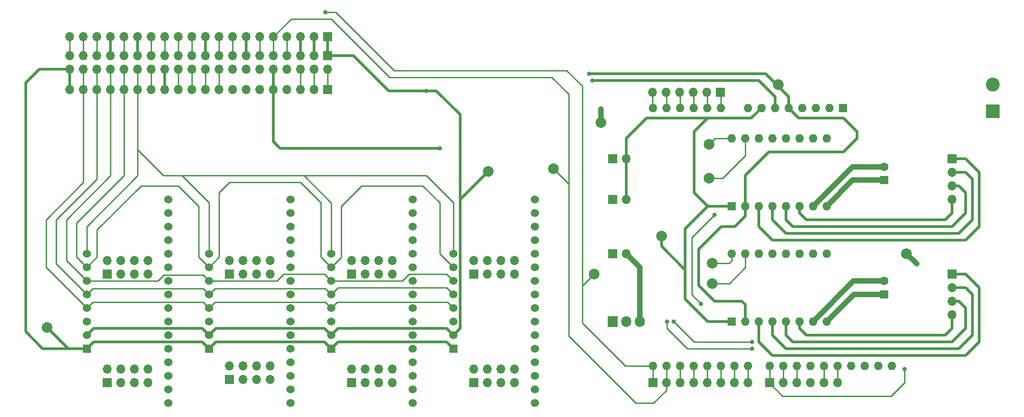
<source format=gbr>
%TF.GenerationSoftware,KiCad,Pcbnew,(6.0.10)*%
%TF.CreationDate,2025-04-12T23:07:49+02:00*%
%TF.ProjectId,pcb_shield,7063625f-7368-4696-956c-642e6b696361,1.0*%
%TF.SameCoordinates,Original*%
%TF.FileFunction,Copper,L1,Top*%
%TF.FilePolarity,Positive*%
%FSLAX46Y46*%
G04 Gerber Fmt 4.6, Leading zero omitted, Abs format (unit mm)*
G04 Created by KiCad (PCBNEW (6.0.10)) date 2025-04-12 23:07:49*
%MOMM*%
%LPD*%
G01*
G04 APERTURE LIST*
%TA.AperFunction,SMDPad,CuDef*%
%ADD10C,2.000000*%
%TD*%
%TA.AperFunction,ComponentPad*%
%ADD11R,1.600000X1.600000*%
%TD*%
%TA.AperFunction,ComponentPad*%
%ADD12O,1.600000X1.600000*%
%TD*%
%TA.AperFunction,ComponentPad*%
%ADD13R,2.600000X2.600000*%
%TD*%
%TA.AperFunction,ComponentPad*%
%ADD14C,2.600000*%
%TD*%
%TA.AperFunction,ComponentPad*%
%ADD15R,1.700000X1.700000*%
%TD*%
%TA.AperFunction,ComponentPad*%
%ADD16O,1.700000X1.700000*%
%TD*%
%TA.AperFunction,ComponentPad*%
%ADD17C,1.600000*%
%TD*%
%TA.AperFunction,ComponentPad*%
%ADD18R,1.905000X2.000000*%
%TD*%
%TA.AperFunction,ComponentPad*%
%ADD19O,1.905000X2.000000*%
%TD*%
%TA.AperFunction,ComponentPad*%
%ADD20C,1.530000*%
%TD*%
%TA.AperFunction,ComponentPad*%
%ADD21R,1.530000X1.530000*%
%TD*%
%TA.AperFunction,ViaPad*%
%ADD22C,0.800000*%
%TD*%
%TA.AperFunction,Conductor*%
%ADD23C,0.250000*%
%TD*%
%TA.AperFunction,Conductor*%
%ADD24C,0.500000*%
%TD*%
%TA.AperFunction,Conductor*%
%ADD25C,1.000000*%
%TD*%
G04 APERTURE END LIST*
D10*
%TO.P,STEP2,1,1*%
%TO.N,Net-(A2-Pad17)*%
X190683000Y-83673000D03*
%TD*%
%TO.P,STEP1,1,1*%
%TO.N,Net-(A2-Pad18)*%
X191318000Y-103358000D03*
%TD*%
%TO.P,DIR2,1,1*%
%TO.N,Net-(A2-Pad21)*%
X191318000Y-99548000D03*
%TD*%
%TO.P,DIR1,1,1*%
%TO.N,Net-(A2-Pad20)*%
X190683000Y-77323000D03*
%TD*%
%TO.P,GND3,1,1*%
%TO.N,Net-(A1-Pad20)*%
X66858000Y-111613000D03*
%TD*%
%TO.P,5V2,1,1*%
%TO.N,5V*%
X149408000Y-82403000D03*
%TD*%
%TO.P,GND2,1,1*%
%TO.N,Net-(A2-Pad7)*%
X181793000Y-94468000D03*
%TD*%
%TO.P,TXD1,1,1*%
%TO.N,/14 TXD*%
X169220000Y-101580000D03*
%TD*%
%TO.P,RXD1,1,1*%
%TO.N,/18 RXD*%
X161600000Y-81895000D03*
%TD*%
%TO.P,VMOT1,1,1*%
%TO.N,Net-(A3-Pad8)*%
X227640000Y-97770000D03*
%TD*%
%TO.P,GND1,1,1*%
%TO.N,Net-(A3-Pad7)*%
X170500000Y-73220000D03*
%TD*%
%TO.P,5V1,1,1*%
%TO.N,5V*%
X203650000Y-66170000D03*
%TD*%
D11*
%TO.P,A2,1,NC*%
%TO.N,unconnected-(A2-Pad1)*%
X215750000Y-70520000D03*
D12*
%TO.P,A2,2,IOREF*%
%TO.N,unconnected-(A2-Pad2)*%
X213210000Y-70520000D03*
%TO.P,A2,3,~{RESET}*%
%TO.N,unconnected-(A2-Pad3)*%
X210670000Y-70520000D03*
%TO.P,A2,4,3V3*%
%TO.N,unconnected-(A2-Pad4)*%
X208130000Y-70520000D03*
%TO.P,A2,5,+5V*%
%TO.N,5V*%
X205590000Y-70520000D03*
%TO.P,A2,6,GND*%
%TO.N,GND*%
X203050000Y-70520000D03*
%TO.P,A2,7,GND*%
%TO.N,Net-(A2-Pad7)*%
X200510000Y-70520000D03*
%TO.P,A2,8,VIN*%
%TO.N,unconnected-(A2-Pad8)*%
X197970000Y-70520000D03*
%TO.P,A2,9,A0*%
%TO.N,Net-(A2-Pad9)*%
X192890000Y-70520000D03*
%TO.P,A2,10,A1*%
%TO.N,Net-(A2-Pad10)*%
X190350000Y-70520000D03*
%TO.P,A2,11,A2*%
%TO.N,Net-(A2-Pad11)*%
X187810000Y-70520000D03*
%TO.P,A2,12,A3*%
%TO.N,Net-(A2-Pad12)*%
X185270000Y-70520000D03*
%TO.P,A2,13,SDA/A4*%
%TO.N,Net-(A2-Pad13)*%
X182730000Y-70520000D03*
%TO.P,A2,14,SCL/A5*%
%TO.N,Net-(A2-Pad14)*%
X180190000Y-70520000D03*
%TO.P,A2,15,D0/RX*%
%TO.N,/14 TXD*%
X180190000Y-118780000D03*
%TO.P,A2,16,D1/TX*%
%TO.N,/18 RXD*%
X182730000Y-118780000D03*
%TO.P,A2,17,D2*%
%TO.N,Net-(A2-Pad17)*%
X185270000Y-118780000D03*
%TO.P,A2,18,D3*%
%TO.N,Net-(A2-Pad18)*%
X187810000Y-118780000D03*
%TO.P,A2,19,D4*%
%TO.N,Net-(A2-Pad19)*%
X190350000Y-118780000D03*
%TO.P,A2,20,D5*%
%TO.N,Net-(A2-Pad20)*%
X192890000Y-118780000D03*
%TO.P,A2,21,D6*%
%TO.N,Net-(A2-Pad21)*%
X195430000Y-118780000D03*
%TO.P,A2,22,D7*%
%TO.N,Net-(A2-Pad22)*%
X197970000Y-118780000D03*
%TO.P,A2,23,D8*%
%TO.N,Net-(A2-Pad23)*%
X202030000Y-118780000D03*
%TO.P,A2,24,D9*%
%TO.N,Net-(A2-Pad24)*%
X204570000Y-118780000D03*
%TO.P,A2,25,D10*%
%TO.N,Net-(A2-Pad25)*%
X207110000Y-118780000D03*
%TO.P,A2,26,D11*%
%TO.N,Net-(A2-Pad26)*%
X209650000Y-118780000D03*
%TO.P,A2,27,D12*%
%TO.N,Net-(A2-Pad27)*%
X212190000Y-118780000D03*
%TO.P,A2,28,D13*%
%TO.N,Net-(A2-Pad28)*%
X214730000Y-118780000D03*
%TO.P,A2,29,GND*%
%TO.N,unconnected-(A2-Pad29)*%
X217270000Y-118780000D03*
%TO.P,A2,30,AREF*%
%TO.N,unconnected-(A2-Pad30)*%
X219810000Y-118780000D03*
%TO.P,A2,31,SDA/A4*%
%TO.N,unconnected-(A2-Pad31)*%
X222350000Y-118780000D03*
%TO.P,A2,32,SCL/A5*%
%TO.N,unconnected-(A2-Pad32)*%
X224890000Y-118780000D03*
%TD*%
D13*
%TO.P,J14,1*%
%TO.N,Net-(A3-Pad7)*%
X243840000Y-71120000D03*
D14*
%TO.P,J14,2*%
%TO.N,Net-(A3-Pad8)*%
X243840000Y-66120000D03*
%TD*%
D15*
%TO.P,J4,1,Pin_1*%
%TO.N,Net-(J4-Pad1)*%
X100975000Y-101600000D03*
D16*
%TO.P,J4,2,Pin_2*%
%TO.N,Net-(J4-Pad2)*%
X100975000Y-99060000D03*
%TO.P,J4,3,Pin_3*%
%TO.N,Net-(J4-Pad3)*%
X103515000Y-101600000D03*
%TO.P,J4,4,Pin_4*%
%TO.N,Net-(J4-Pad4)*%
X103515000Y-99060000D03*
%TO.P,J4,5,Pin_5*%
%TO.N,Net-(J4-Pad5)*%
X106055000Y-101600000D03*
%TO.P,J4,6,Pin_6*%
%TO.N,Net-(J4-Pad6)*%
X106055000Y-99060000D03*
%TO.P,J4,7,Pin_7*%
%TO.N,Net-(J4-Pad7)*%
X108595000Y-101600000D03*
%TO.P,J4,8,Pin_8*%
%TO.N,Net-(J4-Pad8)*%
X108595000Y-99060000D03*
%TD*%
D15*
%TO.P,J12,1,Pin_1*%
%TO.N,Net-(A2-Pad24)*%
X172720000Y-87630000D03*
D16*
%TO.P,J12,2,Pin_2*%
%TO.N,Net-(A2-Pad7)*%
X175260000Y-87630000D03*
%TD*%
D15*
%TO.P,J15,1,Pin_1*%
%TO.N,3V3*%
X119380000Y-67081000D03*
D16*
%TO.P,J15,2,Pin_2*%
%TO.N,SDA*%
X116840000Y-67081000D03*
%TO.P,J15,3,Pin_3*%
%TO.N,SCL*%
X114300000Y-67081000D03*
%TO.P,J15,4,Pin_4*%
%TO.N,Net-(A1-Pad4)*%
X111760000Y-67081000D03*
%TO.P,J15,5,Pin_5*%
%TO.N,GND*%
X109220000Y-67081000D03*
%TO.P,J15,6,Pin_6*%
%TO.N,Net-(A1-Pad6)*%
X106680000Y-67081000D03*
%TO.P,J15,7,Pin_7*%
%TO.N,Net-(A1-Pad7)*%
X104140000Y-67081000D03*
%TO.P,J15,8,Pin_8*%
%TO.N,Net-(A1-Pad8)*%
X101600000Y-67081000D03*
%TO.P,J15,9,Pin_9*%
%TO.N,3V3*%
X99060000Y-67081000D03*
%TO.P,J15,10,Pin_10*%
%TO.N,10 MOSI*%
X96520000Y-67081000D03*
%TO.P,J15,11,Pin_11*%
%TO.N,9 MISO*%
X93980000Y-67081000D03*
%TO.P,J15,12,Pin_12*%
%TO.N,11 SCLK*%
X91440000Y-67081000D03*
%TO.P,J15,13,Pin_13*%
%TO.N,GND*%
X88900000Y-67081000D03*
%TO.P,J15,14,Pin_14*%
%TO.N,Net-(A1-Pad14)*%
X86360000Y-67081000D03*
%TO.P,J15,15,Pin_15*%
%TO.N,Net-(A1-Pad15)*%
X83820000Y-67081000D03*
%TO.P,J15,16,Pin_16*%
%TO.N,Net-(A1-Pad16)*%
X81280000Y-67081000D03*
%TO.P,J15,17,Pin_17*%
%TO.N,Net-(A1-Pad17)*%
X78740000Y-67081000D03*
%TO.P,J15,18,Pin_18*%
%TO.N,Net-(A1-Pad18)*%
X76200000Y-67081000D03*
%TO.P,J15,19,Pin_19*%
%TO.N,Net-(A1-Pad19)*%
X73660000Y-67081000D03*
%TO.P,J15,20,Pin_20*%
%TO.N,Net-(A1-Pad20)*%
X71120000Y-67081000D03*
%TD*%
D15*
%TO.P,J2,1,Pin_1*%
%TO.N,Net-(J2-Pad1)*%
X78115000Y-101605000D03*
D16*
%TO.P,J2,2,Pin_2*%
%TO.N,Net-(J2-Pad2)*%
X78115000Y-99065000D03*
%TO.P,J2,3,Pin_3*%
%TO.N,Net-(J2-Pad3)*%
X80655000Y-101605000D03*
%TO.P,J2,4,Pin_4*%
%TO.N,Net-(J2-Pad4)*%
X80655000Y-99065000D03*
%TO.P,J2,5,Pin_5*%
%TO.N,Net-(J2-Pad5)*%
X83195000Y-101605000D03*
%TO.P,J2,6,Pin_6*%
%TO.N,Net-(J2-Pad6)*%
X83195000Y-99065000D03*
%TO.P,J2,7,Pin_7*%
%TO.N,Net-(J2-Pad7)*%
X85735000Y-101605000D03*
%TO.P,J2,8,Pin_8*%
%TO.N,Net-(J2-Pad8)*%
X85735000Y-99065000D03*
%TD*%
D15*
%TO.P,J19,1,Pin_1*%
%TO.N,Net-(A2-Pad9)*%
X192840000Y-67564000D03*
D16*
%TO.P,J19,2,Pin_2*%
%TO.N,Net-(A2-Pad10)*%
X190300000Y-67564000D03*
%TO.P,J19,3,Pin_3*%
%TO.N,Net-(A2-Pad11)*%
X187760000Y-67564000D03*
%TO.P,J19,4,Pin_4*%
%TO.N,Net-(A2-Pad12)*%
X185220000Y-67564000D03*
%TO.P,J19,5,Pin_5*%
%TO.N,Net-(A2-Pad13)*%
X182680000Y-67564000D03*
%TO.P,J19,6,Pin_6*%
%TO.N,Net-(A2-Pad14)*%
X180140000Y-67564000D03*
%TD*%
D11*
%TO.P,C1,1*%
%TO.N,Net-(A3-Pad8)*%
X223520000Y-84020000D03*
D17*
%TO.P,C1,2*%
%TO.N,Net-(A3-Pad7)*%
X223520000Y-81520000D03*
%TD*%
D15*
%TO.P,J6,1,Pin_1*%
%TO.N,Net-(J6-Pad1)*%
X123825000Y-101630000D03*
D16*
%TO.P,J6,2,Pin_2*%
%TO.N,Net-(J6-Pad2)*%
X123825000Y-99090000D03*
%TO.P,J6,3,Pin_3*%
%TO.N,Net-(J6-Pad3)*%
X126365000Y-101630000D03*
%TO.P,J6,4,Pin_4*%
%TO.N,Net-(J6-Pad4)*%
X126365000Y-99090000D03*
%TO.P,J6,5,Pin_5*%
%TO.N,Net-(J6-Pad5)*%
X128905000Y-101630000D03*
%TO.P,J6,6,Pin_6*%
%TO.N,Net-(J6-Pad6)*%
X128905000Y-99090000D03*
%TO.P,J6,7,Pin_7*%
%TO.N,Net-(J6-Pad7)*%
X131445000Y-101630000D03*
%TO.P,J6,8,Pin_8*%
%TO.N,Net-(J6-Pad8)*%
X131445000Y-99090000D03*
%TD*%
D15*
%TO.P,J13,1,Pin_1*%
%TO.N,Net-(A2-Pad25)*%
X172720000Y-80010000D03*
D16*
%TO.P,J13,2,Pin_2*%
%TO.N,Net-(A2-Pad7)*%
X175260000Y-80010000D03*
%TD*%
D15*
%TO.P,J3,1,Pin_1*%
%TO.N,Net-(J3-Pad1)*%
X100975000Y-121290000D03*
D16*
%TO.P,J3,2,Pin_2*%
%TO.N,Net-(J3-Pad2)*%
X100975000Y-118750000D03*
%TO.P,J3,3,Pin_3*%
%TO.N,Net-(J3-Pad3)*%
X103515000Y-121290000D03*
%TO.P,J3,4,Pin_4*%
%TO.N,Net-(J3-Pad4)*%
X103515000Y-118750000D03*
%TO.P,J3,5,Pin_5*%
%TO.N,Net-(J3-Pad5)*%
X106055000Y-121290000D03*
%TO.P,J3,6,Pin_6*%
%TO.N,Net-(J3-Pad6)*%
X106055000Y-118750000D03*
%TO.P,J3,7,Pin_7*%
%TO.N,Net-(J3-Pad7)*%
X108595000Y-121290000D03*
%TO.P,J3,8,Pin_8*%
%TO.N,Net-(J3-Pad8)*%
X108595000Y-118750000D03*
%TD*%
D15*
%TO.P,J9,1,Pin_1*%
%TO.N,Net-(A3-Pad7)*%
X172720000Y-97790000D03*
D16*
%TO.P,J9,2,Pin_2*%
%TO.N,Net-(J9-Pad2)*%
X175260000Y-97790000D03*
%TD*%
D15*
%TO.P,J18,1,Pin_1*%
%TO.N,Net-(A2-Pad23)*%
X202030000Y-121920000D03*
D16*
%TO.P,J18,2,Pin_2*%
%TO.N,Net-(A2-Pad24)*%
X204570000Y-121920000D03*
%TO.P,J18,3,Pin_3*%
%TO.N,Net-(A2-Pad25)*%
X207110000Y-121920000D03*
%TO.P,J18,4,Pin_4*%
%TO.N,Net-(A2-Pad26)*%
X209650000Y-121920000D03*
%TO.P,J18,5,Pin_5*%
%TO.N,Net-(A2-Pad27)*%
X212190000Y-121920000D03*
%TO.P,J18,6,Pin_6*%
%TO.N,Net-(A2-Pad28)*%
X214730000Y-121920000D03*
%TD*%
D15*
%TO.P,J16,1,Pin_1*%
%TO.N,5V*%
X119380000Y-57150000D03*
D16*
%TO.P,J16,2,Pin_2*%
X116840000Y-57150000D03*
%TO.P,J16,3,Pin_3*%
%TO.N,GND*%
X114300000Y-57150000D03*
%TO.P,J16,4,Pin_4*%
%TO.N,/14 TXD*%
X111760000Y-57150000D03*
%TO.P,J16,5,Pin_5*%
%TO.N,/18 RXD*%
X109220000Y-57150000D03*
%TO.P,J16,6,Pin_6*%
%TO.N,Net-(A1-Pad26)*%
X106680000Y-57150000D03*
%TO.P,J16,7,Pin_7*%
%TO.N,GND*%
X104140000Y-57150000D03*
%TO.P,J16,8,Pin_8*%
%TO.N,23*%
X101600000Y-57150000D03*
%TO.P,J16,9,Pin_9*%
%TO.N,24*%
X99060000Y-57150000D03*
%TO.P,J16,10,Pin_10*%
%TO.N,GND*%
X96520000Y-57150000D03*
%TO.P,J16,11,Pin_11*%
%TO.N,25*%
X93980000Y-57150000D03*
%TO.P,J16,12,Pin_12*%
%TO.N,8*%
X91440000Y-57150000D03*
%TO.P,J16,13,Pin_13*%
%TO.N,7*%
X88900000Y-57150000D03*
%TO.P,J16,14,Pin_14*%
%TO.N,Net-(A1-Pad34)*%
X86360000Y-57150000D03*
%TO.P,J16,15,Pin_15*%
%TO.N,GND*%
X83820000Y-57150000D03*
%TO.P,J16,16,Pin_16*%
%TO.N,12*%
X81280000Y-57150000D03*
%TO.P,J16,17,Pin_17*%
%TO.N,GND*%
X78740000Y-57150000D03*
%TO.P,J16,18,Pin_18*%
%TO.N,16*%
X76200000Y-57150000D03*
%TO.P,J16,19,Pin_19*%
%TO.N,20*%
X73660000Y-57150000D03*
%TO.P,J16,20,Pin_20*%
%TO.N,21*%
X71120000Y-57150000D03*
%TD*%
D18*
%TO.P,Q1,1,B*%
%TO.N,Net-(A2-Pad26)*%
X172720000Y-110490000D03*
D19*
%TO.P,Q1,2,C*%
%TO.N,Net-(A3-Pad8)*%
X175260000Y-110490000D03*
%TO.P,Q1,3,E*%
%TO.N,Net-(J9-Pad2)*%
X177800000Y-110490000D03*
%TD*%
D15*
%TO.P,J8,1,Pin_1*%
%TO.N,Net-(J8-Pad1)*%
X146685000Y-101600000D03*
D16*
%TO.P,J8,2,Pin_2*%
%TO.N,Net-(J8-Pad2)*%
X146685000Y-99060000D03*
%TO.P,J8,3,Pin_3*%
%TO.N,Net-(J8-Pad3)*%
X149225000Y-101600000D03*
%TO.P,J8,4,Pin_4*%
%TO.N,Net-(J8-Pad4)*%
X149225000Y-99060000D03*
%TO.P,J8,5,Pin_5*%
%TO.N,Net-(J8-Pad5)*%
X151765000Y-101600000D03*
%TO.P,J8,6,Pin_6*%
%TO.N,Net-(J8-Pad6)*%
X151765000Y-99060000D03*
%TO.P,J8,7,Pin_7*%
%TO.N,Net-(J8-Pad7)*%
X154305000Y-101600000D03*
%TO.P,J8,8,Pin_8*%
%TO.N,Net-(J8-Pad8)*%
X154305000Y-99060000D03*
%TD*%
D11*
%TO.P,C2,1*%
%TO.N,Net-(A3-Pad8)*%
X223520000Y-105410000D03*
D17*
%TO.P,C2,2*%
%TO.N,Net-(A3-Pad7)*%
X223520000Y-102910000D03*
%TD*%
D15*
%TO.P,J10,1,Pin_1*%
%TO.N,Net-(A3-Pad3)*%
X236220000Y-80030000D03*
D16*
%TO.P,J10,2,Pin_2*%
%TO.N,Net-(A3-Pad4)*%
X236220000Y-82570000D03*
%TO.P,J10,3,Pin_3*%
%TO.N,Net-(A3-Pad5)*%
X236220000Y-85110000D03*
%TO.P,J10,4,Pin_4*%
%TO.N,Net-(A3-Pad6)*%
X236220000Y-87650000D03*
%TD*%
D15*
%TO.P,J5,1,Pin_1*%
%TO.N,Net-(J5-Pad1)*%
X123835000Y-121920000D03*
D16*
%TO.P,J5,2,Pin_2*%
%TO.N,Net-(J5-Pad2)*%
X123835000Y-119380000D03*
%TO.P,J5,3,Pin_3*%
%TO.N,Net-(J5-Pad3)*%
X126375000Y-121920000D03*
%TO.P,J5,4,Pin_4*%
%TO.N,Net-(J5-Pad4)*%
X126375000Y-119380000D03*
%TO.P,J5,5,Pin_5*%
%TO.N,Net-(J5-Pad5)*%
X128915000Y-121920000D03*
%TO.P,J5,6,Pin_6*%
%TO.N,Net-(J5-Pad6)*%
X128915000Y-119380000D03*
%TO.P,J5,7,Pin_7*%
%TO.N,Net-(J5-Pad7)*%
X131455000Y-121920000D03*
%TO.P,J5,8,Pin_8*%
%TO.N,Net-(J5-Pad8)*%
X131455000Y-119380000D03*
%TD*%
D11*
%TO.P,A4,1,GND*%
%TO.N,Net-(A2-Pad7)*%
X194945000Y-110480000D03*
D12*
%TO.P,A4,2,VDD*%
%TO.N,5V*%
X197485000Y-110480000D03*
%TO.P,A4,3,1B*%
%TO.N,Net-(A4-Pad3)*%
X200025000Y-110480000D03*
%TO.P,A4,4,1A*%
%TO.N,Net-(A4-Pad4)*%
X202565000Y-110480000D03*
%TO.P,A4,5,2A*%
%TO.N,Net-(A4-Pad5)*%
X205105000Y-110480000D03*
%TO.P,A4,6,2B*%
%TO.N,Net-(A4-Pad6)*%
X207645000Y-110480000D03*
%TO.P,A4,7,GND*%
%TO.N,Net-(A3-Pad7)*%
X210185000Y-110480000D03*
%TO.P,A4,8,VMOT*%
%TO.N,Net-(A3-Pad8)*%
X212725000Y-110480000D03*
%TO.P,A4,9,~{ENABLE}*%
%TO.N,Net-(A2-Pad23)*%
X212725000Y-97780000D03*
%TO.P,A4,10,MS1*%
%TO.N,unconnected-(A4-Pad10)*%
X210185000Y-97780000D03*
%TO.P,A4,11,MS2*%
%TO.N,unconnected-(A4-Pad11)*%
X207645000Y-97780000D03*
%TO.P,A4,12,MS3*%
%TO.N,unconnected-(A4-Pad12)*%
X205105000Y-97780000D03*
%TO.P,A4,13,~{RESET}*%
%TO.N,unconnected-(A4-Pad13)*%
X202565000Y-97780000D03*
%TO.P,A4,14,~{SLEEP}*%
%TO.N,unconnected-(A4-Pad14)*%
X200025000Y-97780000D03*
%TO.P,A4,15,STEP*%
%TO.N,Net-(A2-Pad18)*%
X197485000Y-97780000D03*
%TO.P,A4,16,DIR*%
%TO.N,Net-(A2-Pad21)*%
X194945000Y-97780000D03*
%TD*%
D15*
%TO.P,J1,1,Pin_1*%
%TO.N,Net-(J1-Pad1)*%
X78115000Y-121925000D03*
D16*
%TO.P,J1,2,Pin_2*%
%TO.N,Net-(J1-Pad2)*%
X78115000Y-119385000D03*
%TO.P,J1,3,Pin_3*%
%TO.N,Net-(J1-Pad3)*%
X80655000Y-121925000D03*
%TO.P,J1,4,Pin_4*%
%TO.N,Net-(J1-Pad4)*%
X80655000Y-119385000D03*
%TO.P,J1,5,Pin_5*%
%TO.N,Net-(J1-Pad5)*%
X83195000Y-121925000D03*
%TO.P,J1,6,Pin_6*%
%TO.N,Net-(J1-Pad6)*%
X83195000Y-119385000D03*
%TO.P,J1,7,Pin_7*%
%TO.N,Net-(J1-Pad7)*%
X85735000Y-121925000D03*
%TO.P,J1,8,Pin_8*%
%TO.N,Net-(J1-Pad8)*%
X85735000Y-119385000D03*
%TD*%
D15*
%TO.P,J7,1,Pin_1*%
%TO.N,Net-(J7-Pad1)*%
X146685000Y-121920000D03*
D16*
%TO.P,J7,2,Pin_2*%
%TO.N,Net-(J7-Pad2)*%
X146685000Y-119380000D03*
%TO.P,J7,3,Pin_3*%
%TO.N,Net-(J7-Pad3)*%
X149225000Y-121920000D03*
%TO.P,J7,4,Pin_4*%
%TO.N,Net-(J7-Pad4)*%
X149225000Y-119380000D03*
%TO.P,J7,5,Pin_5*%
%TO.N,Net-(J7-Pad5)*%
X151765000Y-121920000D03*
%TO.P,J7,6,Pin_6*%
%TO.N,Net-(J7-Pad6)*%
X151765000Y-119380000D03*
%TO.P,J7,7,Pin_7*%
%TO.N,Net-(J7-Pad7)*%
X154305000Y-121920000D03*
%TO.P,J7,8,Pin_8*%
%TO.N,Net-(J7-Pad8)*%
X154305000Y-119380000D03*
%TD*%
D11*
%TO.P,A3,1,GND*%
%TO.N,Net-(A2-Pad7)*%
X194945000Y-88900000D03*
D12*
%TO.P,A3,2,VDD*%
%TO.N,5V*%
X197485000Y-88900000D03*
%TO.P,A3,3,1B*%
%TO.N,Net-(A3-Pad3)*%
X200025000Y-88900000D03*
%TO.P,A3,4,1A*%
%TO.N,Net-(A3-Pad4)*%
X202565000Y-88900000D03*
%TO.P,A3,5,2A*%
%TO.N,Net-(A3-Pad5)*%
X205105000Y-88900000D03*
%TO.P,A3,6,2B*%
%TO.N,Net-(A3-Pad6)*%
X207645000Y-88900000D03*
%TO.P,A3,7,GND*%
%TO.N,Net-(A3-Pad7)*%
X210185000Y-88900000D03*
%TO.P,A3,8,VMOT*%
%TO.N,Net-(A3-Pad8)*%
X212725000Y-88900000D03*
%TO.P,A3,9,~{ENABLE}*%
%TO.N,Net-(A2-Pad23)*%
X212725000Y-76200000D03*
%TO.P,A3,10,MS1*%
%TO.N,unconnected-(A3-Pad10)*%
X210185000Y-76200000D03*
%TO.P,A3,11,MS2*%
%TO.N,unconnected-(A3-Pad11)*%
X207645000Y-76200000D03*
%TO.P,A3,12,MS3*%
%TO.N,unconnected-(A3-Pad12)*%
X205105000Y-76200000D03*
%TO.P,A3,13,~{RESET}*%
%TO.N,unconnected-(A3-Pad13)*%
X202565000Y-76200000D03*
%TO.P,A3,14,~{SLEEP}*%
%TO.N,unconnected-(A3-Pad14)*%
X200025000Y-76200000D03*
%TO.P,A3,15,STEP*%
%TO.N,Net-(A2-Pad17)*%
X197485000Y-76200000D03*
%TO.P,A3,16,DIR*%
%TO.N,Net-(A2-Pad20)*%
X194945000Y-76200000D03*
%TD*%
D15*
%TO.P,J11,1,Pin_1*%
%TO.N,Net-(A4-Pad3)*%
X236220000Y-101600000D03*
D16*
%TO.P,J11,2,Pin_2*%
%TO.N,Net-(A4-Pad4)*%
X236220000Y-104140000D03*
%TO.P,J11,3,Pin_3*%
%TO.N,Net-(A4-Pad5)*%
X236220000Y-106680000D03*
%TO.P,J11,4,Pin_4*%
%TO.N,Net-(A4-Pad6)*%
X236220000Y-109220000D03*
%TD*%
D15*
%TO.P,J17,1,Pin_1*%
%TO.N,/14 TXD*%
X180190000Y-121920000D03*
D16*
%TO.P,J17,2,Pin_2*%
%TO.N,/18 RXD*%
X182730000Y-121920000D03*
%TO.P,J17,3,Pin_3*%
%TO.N,Net-(A2-Pad17)*%
X185270000Y-121920000D03*
%TO.P,J17,4,Pin_4*%
%TO.N,Net-(A2-Pad18)*%
X187810000Y-121920000D03*
%TO.P,J17,5,Pin_5*%
%TO.N,Net-(A2-Pad19)*%
X190350000Y-121920000D03*
%TO.P,J17,6,Pin_6*%
%TO.N,Net-(A2-Pad20)*%
X192890000Y-121920000D03*
%TO.P,J17,7,Pin_7*%
%TO.N,Net-(A2-Pad21)*%
X195430000Y-121920000D03*
%TO.P,J17,8,Pin_8*%
%TO.N,Net-(A2-Pad22)*%
X197970000Y-121920000D03*
%TD*%
D20*
%TO.P,U1,JP1-1,C0*%
%TO.N,Net-(J1-Pad1)*%
X89535000Y-125730000D03*
%TO.P,U1,JP1-2,C1*%
%TO.N,Net-(J1-Pad3)*%
X89535000Y-123190000D03*
%TO.P,U1,JP1-3,C2*%
%TO.N,Net-(J1-Pad5)*%
X89535000Y-120650000D03*
%TO.P,U1,JP1-4,C3*%
%TO.N,Net-(J1-Pad7)*%
X89535000Y-118110000D03*
%TO.P,U1,JP1-5,C4*%
%TO.N,Net-(J1-Pad8)*%
X89535000Y-115570000D03*
%TO.P,U1,JP1-6,C5*%
%TO.N,Net-(J1-Pad6)*%
X89535000Y-113030000D03*
%TO.P,U1,JP1-7,C6*%
%TO.N,Net-(J1-Pad4)*%
X89535000Y-110490000D03*
%TO.P,U1,JP1-8,C7*%
%TO.N,Net-(J1-Pad2)*%
X89535000Y-107950000D03*
%TO.P,U1,JP1-9,C8*%
%TO.N,Net-(J2-Pad1)*%
X89535000Y-105410000D03*
%TO.P,U1,JP1-10,C9*%
%TO.N,Net-(J2-Pad3)*%
X89535000Y-102870000D03*
%TO.P,U1,JP1-11,C10*%
%TO.N,Net-(J2-Pad5)*%
X89535000Y-100330000D03*
%TO.P,U1,JP1-12,C11*%
%TO.N,Net-(J2-Pad7)*%
X89535000Y-97790000D03*
%TO.P,U1,JP1-13,C12*%
%TO.N,Net-(J2-Pad8)*%
X89535000Y-95250000D03*
%TO.P,U1,JP1-14,C13*%
%TO.N,Net-(J2-Pad6)*%
X89535000Y-92710000D03*
%TO.P,U1,JP1-15,C14*%
%TO.N,Net-(J2-Pad4)*%
X89535000Y-90170000D03*
%TO.P,U1,JP1-16,C15*%
%TO.N,Net-(J2-Pad2)*%
X89535000Y-87630000D03*
D21*
%TO.P,U1,JP3-1,GND*%
%TO.N,Net-(A1-Pad20)*%
X74295000Y-115570000D03*
D20*
%TO.P,U1,JP3-2,VCC*%
%TO.N,5V*%
X74295000Y-113030000D03*
%TO.P,U1,JP3-3,EN*%
%TO.N,Net-(A1-Pad8)*%
X74295000Y-110490000D03*
%TO.P,U1,JP3-4,S0*%
%TO.N,Net-(A1-Pad19)*%
X74295000Y-107950000D03*
%TO.P,U1,JP3-5,S1*%
%TO.N,Net-(A1-Pad18)*%
X74295000Y-105410000D03*
%TO.P,U1,JP3-6,S2*%
%TO.N,Net-(A1-Pad17)*%
X74295000Y-102870000D03*
%TO.P,U1,JP3-7,S3*%
%TO.N,Net-(A1-Pad16)*%
X74295000Y-100330000D03*
%TO.P,U1,JP3-8,COM*%
%TO.N,Net-(A1-Pad15)*%
X74295000Y-97790000D03*
%TD*%
%TO.P,U4,JP1-1,C0*%
%TO.N,Net-(J7-Pad1)*%
X158115000Y-125730000D03*
%TO.P,U4,JP1-2,C1*%
%TO.N,Net-(J7-Pad3)*%
X158115000Y-123190000D03*
%TO.P,U4,JP1-3,C2*%
%TO.N,Net-(J7-Pad5)*%
X158115000Y-120650000D03*
%TO.P,U4,JP1-4,C3*%
%TO.N,Net-(J7-Pad7)*%
X158115000Y-118110000D03*
%TO.P,U4,JP1-5,C4*%
%TO.N,Net-(J7-Pad8)*%
X158115000Y-115570000D03*
%TO.P,U4,JP1-6,C5*%
%TO.N,Net-(J7-Pad6)*%
X158115000Y-113030000D03*
%TO.P,U4,JP1-7,C6*%
%TO.N,Net-(J7-Pad4)*%
X158115000Y-110490000D03*
%TO.P,U4,JP1-8,C7*%
%TO.N,Net-(J7-Pad2)*%
X158115000Y-107950000D03*
%TO.P,U4,JP1-9,C8*%
%TO.N,Net-(J8-Pad1)*%
X158115000Y-105410000D03*
%TO.P,U4,JP1-10,C9*%
%TO.N,Net-(J8-Pad3)*%
X158115000Y-102870000D03*
%TO.P,U4,JP1-11,C10*%
%TO.N,Net-(J8-Pad5)*%
X158115000Y-100330000D03*
%TO.P,U4,JP1-12,C11*%
%TO.N,Net-(J8-Pad7)*%
X158115000Y-97790000D03*
%TO.P,U4,JP1-13,C12*%
%TO.N,Net-(J8-Pad8)*%
X158115000Y-95250000D03*
%TO.P,U4,JP1-14,C13*%
%TO.N,Net-(J8-Pad6)*%
X158115000Y-92710000D03*
%TO.P,U4,JP1-15,C14*%
%TO.N,Net-(J8-Pad4)*%
X158115000Y-90170000D03*
%TO.P,U4,JP1-16,C15*%
%TO.N,Net-(J8-Pad2)*%
X158115000Y-87630000D03*
D21*
%TO.P,U4,JP3-1,GND*%
%TO.N,Net-(A1-Pad20)*%
X142875000Y-115570000D03*
D20*
%TO.P,U4,JP3-2,VCC*%
%TO.N,5V*%
X142875000Y-113030000D03*
%TO.P,U4,JP3-3,EN*%
%TO.N,Net-(A1-Pad4)*%
X142875000Y-110490000D03*
%TO.P,U4,JP3-4,S0*%
%TO.N,Net-(A1-Pad19)*%
X142875000Y-107950000D03*
%TO.P,U4,JP3-5,S1*%
%TO.N,Net-(A1-Pad18)*%
X142875000Y-105410000D03*
%TO.P,U4,JP3-6,S2*%
%TO.N,Net-(A1-Pad17)*%
X142875000Y-102870000D03*
%TO.P,U4,JP3-7,S3*%
%TO.N,Net-(A1-Pad16)*%
X142875000Y-100330000D03*
%TO.P,U4,JP3-8,COM*%
%TO.N,Net-(A1-Pad15)*%
X142875000Y-97790000D03*
%TD*%
%TO.P,U3,JP1-1,C0*%
%TO.N,Net-(J5-Pad1)*%
X135265000Y-125735000D03*
%TO.P,U3,JP1-2,C1*%
%TO.N,Net-(J5-Pad3)*%
X135265000Y-123195000D03*
%TO.P,U3,JP1-3,C2*%
%TO.N,Net-(J5-Pad5)*%
X135265000Y-120655000D03*
%TO.P,U3,JP1-4,C3*%
%TO.N,Net-(J5-Pad7)*%
X135265000Y-118115000D03*
%TO.P,U3,JP1-5,C4*%
%TO.N,Net-(J5-Pad8)*%
X135265000Y-115575000D03*
%TO.P,U3,JP1-6,C5*%
%TO.N,Net-(J5-Pad6)*%
X135265000Y-113035000D03*
%TO.P,U3,JP1-7,C6*%
%TO.N,Net-(J5-Pad4)*%
X135265000Y-110495000D03*
%TO.P,U3,JP1-8,C7*%
%TO.N,Net-(J5-Pad2)*%
X135265000Y-107955000D03*
%TO.P,U3,JP1-9,C8*%
%TO.N,Net-(J6-Pad1)*%
X135265000Y-105415000D03*
%TO.P,U3,JP1-10,C9*%
%TO.N,Net-(J6-Pad3)*%
X135265000Y-102875000D03*
%TO.P,U3,JP1-11,C10*%
%TO.N,Net-(J6-Pad5)*%
X135265000Y-100335000D03*
%TO.P,U3,JP1-12,C11*%
%TO.N,Net-(J6-Pad7)*%
X135265000Y-97795000D03*
%TO.P,U3,JP1-13,C12*%
%TO.N,Net-(J6-Pad8)*%
X135265000Y-95255000D03*
%TO.P,U3,JP1-14,C13*%
%TO.N,Net-(J6-Pad6)*%
X135265000Y-92715000D03*
%TO.P,U3,JP1-15,C14*%
%TO.N,Net-(J6-Pad4)*%
X135265000Y-90175000D03*
%TO.P,U3,JP1-16,C15*%
%TO.N,Net-(J6-Pad2)*%
X135265000Y-87635000D03*
D21*
%TO.P,U3,JP3-1,GND*%
%TO.N,Net-(A1-Pad20)*%
X120025000Y-115575000D03*
D20*
%TO.P,U3,JP3-2,VCC*%
%TO.N,5V*%
X120025000Y-113035000D03*
%TO.P,U3,JP3-3,EN*%
%TO.N,Net-(A1-Pad6)*%
X120025000Y-110495000D03*
%TO.P,U3,JP3-4,S0*%
%TO.N,Net-(A1-Pad19)*%
X120025000Y-107955000D03*
%TO.P,U3,JP3-5,S1*%
%TO.N,Net-(A1-Pad18)*%
X120025000Y-105415000D03*
%TO.P,U3,JP3-6,S2*%
%TO.N,Net-(A1-Pad17)*%
X120025000Y-102875000D03*
%TO.P,U3,JP3-7,S3*%
%TO.N,Net-(A1-Pad16)*%
X120025000Y-100335000D03*
%TO.P,U3,JP3-8,COM*%
%TO.N,Net-(A1-Pad15)*%
X120025000Y-97795000D03*
%TD*%
%TO.P,U2,JP1-1,C0*%
%TO.N,Net-(J3-Pad1)*%
X112395000Y-125730000D03*
%TO.P,U2,JP1-2,C1*%
%TO.N,Net-(J3-Pad3)*%
X112395000Y-123190000D03*
%TO.P,U2,JP1-3,C2*%
%TO.N,Net-(J3-Pad5)*%
X112395000Y-120650000D03*
%TO.P,U2,JP1-4,C3*%
%TO.N,Net-(J3-Pad7)*%
X112395000Y-118110000D03*
%TO.P,U2,JP1-5,C4*%
%TO.N,Net-(J3-Pad8)*%
X112395000Y-115570000D03*
%TO.P,U2,JP1-6,C5*%
%TO.N,Net-(J3-Pad6)*%
X112395000Y-113030000D03*
%TO.P,U2,JP1-7,C6*%
%TO.N,Net-(J3-Pad4)*%
X112395000Y-110490000D03*
%TO.P,U2,JP1-8,C7*%
%TO.N,Net-(J3-Pad2)*%
X112395000Y-107950000D03*
%TO.P,U2,JP1-9,C8*%
%TO.N,Net-(J4-Pad1)*%
X112395000Y-105410000D03*
%TO.P,U2,JP1-10,C9*%
%TO.N,Net-(J4-Pad3)*%
X112395000Y-102870000D03*
%TO.P,U2,JP1-11,C10*%
%TO.N,Net-(J4-Pad5)*%
X112395000Y-100330000D03*
%TO.P,U2,JP1-12,C11*%
%TO.N,Net-(J4-Pad7)*%
X112395000Y-97790000D03*
%TO.P,U2,JP1-13,C12*%
%TO.N,Net-(J4-Pad8)*%
X112395000Y-95250000D03*
%TO.P,U2,JP1-14,C13*%
%TO.N,Net-(J4-Pad6)*%
X112395000Y-92710000D03*
%TO.P,U2,JP1-15,C14*%
%TO.N,Net-(J4-Pad4)*%
X112395000Y-90170000D03*
%TO.P,U2,JP1-16,C15*%
%TO.N,Net-(J4-Pad2)*%
X112395000Y-87630000D03*
D21*
%TO.P,U2,JP3-1,GND*%
%TO.N,Net-(A1-Pad20)*%
X97155000Y-115570000D03*
D20*
%TO.P,U2,JP3-2,VCC*%
%TO.N,5V*%
X97155000Y-113030000D03*
%TO.P,U2,JP3-3,EN*%
%TO.N,Net-(A1-Pad7)*%
X97155000Y-110490000D03*
%TO.P,U2,JP3-4,S0*%
%TO.N,Net-(A1-Pad19)*%
X97155000Y-107950000D03*
%TO.P,U2,JP3-5,S1*%
%TO.N,Net-(A1-Pad18)*%
X97155000Y-105410000D03*
%TO.P,U2,JP3-6,S2*%
%TO.N,Net-(A1-Pad17)*%
X97155000Y-102870000D03*
%TO.P,U2,JP3-7,S3*%
%TO.N,Net-(A1-Pad16)*%
X97155000Y-100330000D03*
%TO.P,U2,JP3-8,COM*%
%TO.N,Net-(A1-Pad15)*%
X97155000Y-97790000D03*
%TD*%
D16*
%TO.P,A1,1,Pin_1*%
%TO.N,3V3*%
X119380000Y-63246000D03*
%TO.P,A1,2,Pin_2*%
%TO.N,SDA*%
X116840000Y-63246000D03*
%TO.P,A1,3,Pin_3*%
%TO.N,SCL*%
X114300000Y-63246000D03*
%TO.P,A1,4,Pin_4*%
%TO.N,Net-(A1-Pad4)*%
X111760000Y-63246000D03*
%TO.P,A1,5,Pin_5*%
%TO.N,GND*%
X109220000Y-63246000D03*
%TO.P,A1,6,Pin_6*%
%TO.N,Net-(A1-Pad6)*%
X106680000Y-63246000D03*
%TO.P,A1,7,Pin_7*%
%TO.N,Net-(A1-Pad7)*%
X104140000Y-63246000D03*
%TO.P,A1,8,Pin_8*%
%TO.N,Net-(A1-Pad8)*%
X101600000Y-63246000D03*
%TO.P,A1,9,Pin_9*%
%TO.N,3V3*%
X99060000Y-63246000D03*
%TO.P,A1,10,Pin_10*%
%TO.N,10 MOSI*%
X96520000Y-63246000D03*
%TO.P,A1,11,Pin_11*%
%TO.N,9 MISO*%
X93980000Y-63246000D03*
%TO.P,A1,12,Pin_12*%
%TO.N,11 SCLK*%
X91440000Y-63246000D03*
%TO.P,A1,13,Pin_13*%
%TO.N,GND*%
X88900000Y-63246000D03*
%TO.P,A1,14,Pin_14*%
%TO.N,Net-(A1-Pad14)*%
X86360000Y-63246000D03*
%TO.P,A1,15,Pin_15*%
%TO.N,Net-(A1-Pad15)*%
X83820000Y-63246000D03*
%TO.P,A1,16,Pin_16*%
%TO.N,Net-(A1-Pad16)*%
X81280000Y-63246000D03*
%TO.P,A1,17,Pin_17*%
%TO.N,Net-(A1-Pad17)*%
X78740000Y-63246000D03*
%TO.P,A1,18,Pin_18*%
%TO.N,Net-(A1-Pad18)*%
X76200000Y-63246000D03*
%TO.P,A1,19,Pin_19*%
%TO.N,Net-(A1-Pad19)*%
X73660000Y-63246000D03*
%TO.P,A1,20,Pin_20*%
%TO.N,Net-(A1-Pad20)*%
X71120000Y-63246000D03*
D15*
%TO.P,A1,21,Pin_21*%
%TO.N,5V*%
X119380000Y-60706000D03*
D16*
%TO.P,A1,22,Pin_22*%
X116840000Y-60706000D03*
%TO.P,A1,23,Pin_23*%
%TO.N,GND*%
X114300000Y-60706000D03*
%TO.P,A1,24,Pin_24*%
%TO.N,/14 TXD*%
X111760000Y-60706000D03*
%TO.P,A1,25,Pin_25*%
%TO.N,/18 RXD*%
X109220000Y-60706000D03*
%TO.P,A1,26,Pin_26*%
%TO.N,Net-(A1-Pad26)*%
X106680000Y-60706000D03*
%TO.P,A1,27,Pin_27*%
%TO.N,GND*%
X104140000Y-60706000D03*
%TO.P,A1,28,Pin_28*%
%TO.N,23*%
X101600000Y-60706000D03*
%TO.P,A1,29,Pin_29*%
%TO.N,24*%
X99060000Y-60706000D03*
%TO.P,A1,30,Pin_30*%
%TO.N,GND*%
X96520000Y-60706000D03*
%TO.P,A1,31,Pin_31*%
%TO.N,25*%
X93980000Y-60706000D03*
%TO.P,A1,32,Pin_32*%
%TO.N,8*%
X91440000Y-60706000D03*
%TO.P,A1,33,Pin_33*%
%TO.N,7*%
X88900000Y-60706000D03*
%TO.P,A1,34,Pin_34*%
%TO.N,Net-(A1-Pad34)*%
X86360000Y-60706000D03*
%TO.P,A1,35,Pin_35*%
%TO.N,GND*%
X83820000Y-60706000D03*
%TO.P,A1,36,Pin_36*%
%TO.N,12*%
X81280000Y-60706000D03*
%TO.P,A1,37,Pin_37*%
%TO.N,GND*%
X78740000Y-60706000D03*
%TO.P,A1,38,Pin_38*%
%TO.N,16*%
X76200000Y-60706000D03*
%TO.P,A1,39,Pin_39*%
%TO.N,20*%
X73660000Y-60706000D03*
%TO.P,A1,40,Pin_40*%
%TO.N,21*%
X71120000Y-60706000D03*
%TD*%
D22*
%TO.N,Net-(A3-Pad8)*%
X229545000Y-99675000D03*
%TO.N,Net-(A3-Pad7)*%
X170500000Y-70720000D03*
%TO.N,/14 TXD*%
X118928000Y-52558000D03*
%TO.N,GND*%
X140335000Y-78105000D03*
X168910000Y-65405000D03*
%TO.N,5V*%
X168275000Y-64135000D03*
X137795000Y-67310000D03*
%TO.N,Net-(A2-Pad20)*%
X191770000Y-90475000D03*
X189230000Y-107168000D03*
%TO.N,Net-(A2-Pad23)*%
X227330000Y-119380000D03*
%TO.N,Net-(A2-Pad24)*%
X198755000Y-115570000D03*
X182880000Y-110490000D03*
%TO.N,Net-(A2-Pad25)*%
X198755000Y-114300000D03*
X184150000Y-110490000D03*
%TD*%
D23*
%TO.N,/18 RXD*%
X120033000Y-53828000D02*
X112542000Y-53828000D01*
X112542000Y-53828000D02*
X109220000Y-57150000D01*
X130955000Y-64750000D02*
X120033000Y-53828000D01*
X164465000Y-67945000D02*
X161270000Y-64750000D01*
X164465000Y-84760000D02*
X164465000Y-67945000D01*
X161270000Y-64750000D02*
X130955000Y-64750000D01*
%TO.N,/14 TXD*%
X167005000Y-66421000D02*
X167005000Y-103810000D01*
X164064000Y-63480000D02*
X167005000Y-66421000D01*
X131755000Y-63480000D02*
X164064000Y-63480000D01*
X120833000Y-52558000D02*
X131755000Y-63480000D01*
X118928000Y-52558000D02*
X120833000Y-52558000D01*
%TO.N,Net-(A2-Pad21)*%
X194493000Y-99548000D02*
X191318000Y-99548000D01*
X194945000Y-99096000D02*
X194493000Y-99548000D01*
X194945000Y-97780000D02*
X194945000Y-99096000D01*
%TO.N,Net-(A2-Pad17)*%
X197485000Y-79411000D02*
X197485000Y-76200000D01*
X193223000Y-83673000D02*
X197485000Y-79411000D01*
X190683000Y-83673000D02*
X193223000Y-83673000D01*
%TO.N,Net-(A2-Pad18)*%
X194493000Y-103358000D02*
X197485000Y-100366000D01*
X197485000Y-100366000D02*
X197485000Y-97780000D01*
X191318000Y-103358000D02*
X194493000Y-103358000D01*
D24*
%TO.N,Net-(A2-Pad7)*%
X186238000Y-100818000D02*
X181793000Y-96373000D01*
X181793000Y-96373000D02*
X181793000Y-94468000D01*
X186238000Y-102088000D02*
X186238000Y-100818000D01*
X186238000Y-102088000D02*
X186238000Y-93162000D01*
X186238000Y-106228000D02*
X186238000Y-102088000D01*
%TO.N,5V*%
X197485000Y-90805000D02*
X197485000Y-88900000D01*
X195580000Y-92710000D02*
X197485000Y-90805000D01*
X188778000Y-96972000D02*
X193040000Y-92710000D01*
X191770000Y-106680000D02*
X188778000Y-103688000D01*
X196850000Y-106680000D02*
X191770000Y-106680000D01*
X188778000Y-103688000D02*
X188778000Y-96972000D01*
X193040000Y-92710000D02*
X195580000Y-92710000D01*
X197485000Y-107315000D02*
X196850000Y-106680000D01*
X197485000Y-110480000D02*
X197485000Y-107315000D01*
D23*
%TO.N,Net-(A2-Pad20)*%
X191770000Y-90505500D02*
X187508000Y-94767500D01*
X191770000Y-90475000D02*
X191770000Y-90505500D01*
X187508000Y-105446000D02*
X189230000Y-107168000D01*
X187508000Y-94767500D02*
X187508000Y-105446000D01*
D24*
%TO.N,Net-(A2-Pad7)*%
X186238000Y-93162000D02*
X190500000Y-88900000D01*
X190500000Y-110490000D02*
X186238000Y-106228000D01*
X194945000Y-110480000D02*
X190510000Y-110480000D01*
X190510000Y-110480000D02*
X190500000Y-110490000D01*
D23*
%TO.N,Net-(A2-Pad20)*%
X191806000Y-76200000D02*
X194945000Y-76200000D01*
X190683000Y-77323000D02*
X191806000Y-76200000D01*
D24*
%TO.N,5V*%
X144145000Y-87666000D02*
X149408000Y-82403000D01*
X144145000Y-82855000D02*
X144145000Y-80681000D01*
X144145000Y-82855000D02*
X144145000Y-111760000D01*
X144145000Y-71755000D02*
X144145000Y-82855000D01*
%TO.N,Net-(A1-Pad20)*%
X70815000Y-115570000D02*
X66858000Y-111613000D01*
X72085000Y-115570000D02*
X70815000Y-115570000D01*
X72085000Y-115570000D02*
X74295000Y-115570000D01*
X66040000Y-115570000D02*
X72085000Y-115570000D01*
D23*
%TO.N,/14 TXD*%
X167005000Y-103795000D02*
X167005000Y-103810000D01*
X169220000Y-101580000D02*
X167005000Y-103795000D01*
X167005000Y-103810000D02*
X167005000Y-110744000D01*
%TO.N,/18 RXD*%
X161600000Y-81895000D02*
X164465000Y-84760000D01*
X164465000Y-113169000D02*
X164465000Y-84760000D01*
D25*
%TO.N,Net-(A3-Pad8)*%
X229545000Y-99675000D02*
X227640000Y-97770000D01*
%TO.N,Net-(A3-Pad7)*%
X170500000Y-70720000D02*
X170500000Y-73020000D01*
D24*
%TO.N,Net-(A1-Pad20)*%
X118730000Y-114280000D02*
X120025000Y-115575000D01*
X98445000Y-114280000D02*
X118730000Y-114280000D01*
X97155000Y-115570000D02*
X98445000Y-114280000D01*
%TO.N,Net-(A4-Pad6)*%
X234950000Y-113030000D02*
X210185000Y-113030000D01*
D23*
%TO.N,/14 TXD*%
X175041000Y-118780000D02*
X180190000Y-118780000D01*
X167005000Y-110744000D02*
X175041000Y-118780000D01*
%TO.N,/18 RXD*%
X180340000Y-125730000D02*
X177026000Y-125730000D01*
X182730000Y-123340000D02*
X180340000Y-125730000D01*
X177026000Y-125730000D02*
X164465000Y-113169000D01*
X182730000Y-118780000D02*
X182730000Y-123340000D01*
%TO.N,/14 TXD*%
X111760000Y-57150000D02*
X111760000Y-60706000D01*
X180190000Y-118780000D02*
X180190000Y-121920000D01*
%TO.N,/18 RXD*%
X109220000Y-60706000D02*
X109220000Y-57150000D01*
%TO.N,3V3*%
X99060000Y-63246000D02*
X99060000Y-67081000D01*
X119380000Y-63246000D02*
X119380000Y-67081000D01*
%TO.N,SDA*%
X116840000Y-63246000D02*
X116840000Y-67081000D01*
%TO.N,SCL*%
X114300000Y-63246000D02*
X114300000Y-67081000D01*
D24*
%TO.N,GND*%
X83820000Y-57150000D02*
X83820000Y-60706000D01*
X200025000Y-65405000D02*
X168910000Y-65405000D01*
X203050000Y-70520000D02*
X203050000Y-68430000D01*
X88900000Y-63246000D02*
X88900000Y-67081000D01*
X109220000Y-76835000D02*
X109220000Y-67081000D01*
X96520000Y-57150000D02*
X96520000Y-60706000D01*
X140335000Y-78105000D02*
X110490000Y-78105000D01*
X114300000Y-57150000D02*
X114300000Y-60706000D01*
X203050000Y-68430000D02*
X200025000Y-65405000D01*
X78740000Y-57150000D02*
X78740000Y-60706000D01*
X109220000Y-63246000D02*
X109220000Y-67081000D01*
X110490000Y-78105000D02*
X109220000Y-76835000D01*
X104140000Y-57150000D02*
X104140000Y-60706000D01*
D23*
%TO.N,10 MOSI*%
X96520000Y-63246000D02*
X96520000Y-67081000D01*
%TO.N,9 MISO*%
X93980000Y-63246000D02*
X93980000Y-67081000D01*
%TO.N,11 SCLK*%
X91440000Y-63246000D02*
X91440000Y-67081000D01*
D24*
%TO.N,5V*%
X130810000Y-67310000D02*
X124206000Y-60706000D01*
X201295000Y-64135000D02*
X205590000Y-68430000D01*
X215900000Y-72390000D02*
X207460000Y-72390000D01*
X201930000Y-78740000D02*
X215900000Y-78740000D01*
X118750000Y-111760000D02*
X98425000Y-111760000D01*
X215900000Y-78740000D02*
X218440000Y-76200000D01*
X137795000Y-67310000D02*
X139700000Y-67310000D01*
X142875000Y-113030000D02*
X141605000Y-111760000D01*
X168275000Y-64135000D02*
X201295000Y-64135000D01*
X121300000Y-111760000D02*
X120025000Y-113035000D01*
X124206000Y-60706000D02*
X119380000Y-60706000D01*
X141605000Y-111760000D02*
X121300000Y-111760000D01*
X97155000Y-113030000D02*
X95885000Y-111760000D01*
X116840000Y-57150000D02*
X116840000Y-60706000D01*
X218440000Y-74930000D02*
X215900000Y-72390000D01*
X98425000Y-111760000D02*
X97155000Y-113030000D01*
X207460000Y-72390000D02*
X205590000Y-70520000D01*
X144145000Y-111760000D02*
X142875000Y-113030000D01*
X137795000Y-67310000D02*
X130810000Y-67310000D01*
X197485000Y-88900000D02*
X197485000Y-83185000D01*
X95885000Y-111760000D02*
X75565000Y-111760000D01*
X119380000Y-57150000D02*
X119380000Y-60706000D01*
X197485000Y-83185000D02*
X201930000Y-78740000D01*
X75565000Y-111760000D02*
X74295000Y-113030000D01*
X120025000Y-113035000D02*
X118750000Y-111760000D01*
X139700000Y-67310000D02*
X144145000Y-71755000D01*
X218440000Y-76200000D02*
X218440000Y-74930000D01*
X205590000Y-68430000D02*
X205590000Y-70520000D01*
D23*
%TO.N,23*%
X101600000Y-57150000D02*
X101600000Y-60706000D01*
%TO.N,24*%
X99060000Y-57150000D02*
X99060000Y-60706000D01*
%TO.N,25*%
X93980000Y-57150000D02*
X93980000Y-60706000D01*
%TO.N,8*%
X91440000Y-57150000D02*
X91440000Y-60706000D01*
%TO.N,7*%
X88900000Y-57150000D02*
X88900000Y-60706000D01*
%TO.N,12*%
X81280000Y-57150000D02*
X81280000Y-60706000D01*
%TO.N,16*%
X76200000Y-57150000D02*
X76200000Y-60706000D01*
%TO.N,20*%
X73660000Y-57150000D02*
X73660000Y-60706000D01*
%TO.N,21*%
X71120000Y-57150000D02*
X71120000Y-60706000D01*
D24*
%TO.N,Net-(A1-Pad20)*%
X95885000Y-114300000D02*
X97155000Y-115570000D01*
X141605000Y-114300000D02*
X142875000Y-115570000D01*
X121300000Y-114300000D02*
X141605000Y-114300000D01*
X71120000Y-63246000D02*
X65405000Y-63246000D01*
X75565000Y-114300000D02*
X95885000Y-114300000D01*
X120025000Y-115575000D02*
X121300000Y-114300000D01*
X71120000Y-63246000D02*
X71120000Y-67081000D01*
X62865000Y-112395000D02*
X66040000Y-115570000D01*
X62865000Y-65786000D02*
X62865000Y-112395000D01*
X74295000Y-115570000D02*
X75565000Y-114300000D01*
X65405000Y-63246000D02*
X62865000Y-65786000D01*
%TO.N,Net-(A2-Pad7)*%
X190500000Y-88900000D02*
X187960000Y-86360000D01*
X179070000Y-72390000D02*
X190500000Y-72390000D01*
X175260000Y-76200000D02*
X179070000Y-72390000D01*
X190500000Y-88900000D02*
X194945000Y-88900000D01*
X175260000Y-80010000D02*
X175260000Y-76200000D01*
X198640000Y-72390000D02*
X200510000Y-70520000D01*
X190500000Y-72390000D02*
X198640000Y-72390000D01*
X187960000Y-86360000D02*
X187960000Y-74930000D01*
X175260000Y-80010000D02*
X175260000Y-87630000D01*
X187960000Y-74930000D02*
X190500000Y-72390000D01*
D23*
%TO.N,Net-(A2-Pad19)*%
X190350000Y-121920000D02*
X190350000Y-118780000D01*
%TO.N,Net-(A2-Pad20)*%
X192890000Y-121920000D02*
X192890000Y-118780000D01*
%TO.N,Net-(A2-Pad22)*%
X197970000Y-121920000D02*
X197970000Y-118780000D01*
D25*
%TO.N,Net-(A3-Pad7)*%
X223520000Y-81520000D02*
X217565000Y-81520000D01*
X217755000Y-102910000D02*
X210185000Y-110480000D01*
X217565000Y-81520000D02*
X210185000Y-88900000D01*
X223520000Y-102910000D02*
X217755000Y-102910000D01*
%TO.N,Net-(A3-Pad8)*%
X223520000Y-105410000D02*
X217795000Y-105410000D01*
X217605000Y-84020000D02*
X212725000Y-88900000D01*
X223520000Y-84020000D02*
X217605000Y-84020000D01*
X217795000Y-105410000D02*
X212725000Y-110480000D01*
%TO.N,Net-(J9-Pad2)*%
X175260000Y-97790000D02*
X177800000Y-100330000D01*
X177800000Y-100330000D02*
X177800000Y-110490000D01*
D24*
%TO.N,Net-(A3-Pad3)*%
X202565000Y-95260000D02*
X200025000Y-92720000D01*
X238760000Y-95260000D02*
X202565000Y-95260000D01*
X236220000Y-80030000D02*
X238770000Y-80030000D01*
X241300000Y-92720000D02*
X238760000Y-95260000D01*
X238770000Y-80030000D02*
X241300000Y-82560000D01*
X241300000Y-82560000D02*
X241300000Y-92720000D01*
X200025000Y-92720000D02*
X200025000Y-88900000D01*
%TO.N,Net-(A3-Pad4)*%
X240030000Y-91450000D02*
X240030000Y-83830000D01*
X202565000Y-88900000D02*
X202565000Y-91450000D01*
X202565000Y-91450000D02*
X205105000Y-93990000D01*
X237490000Y-93990000D02*
X240030000Y-91450000D01*
X205105000Y-93990000D02*
X237490000Y-93990000D01*
X240030000Y-83830000D02*
X238760000Y-82560000D01*
X236220000Y-82570000D02*
X238750000Y-82570000D01*
%TO.N,Net-(A3-Pad5)*%
X237500000Y-85110000D02*
X238760000Y-86370000D01*
X238760000Y-90180000D02*
X236220000Y-92720000D01*
X236220000Y-92720000D02*
X206375000Y-92720000D01*
X206375000Y-92720000D02*
X205105000Y-91450000D01*
X236220000Y-85110000D02*
X237500000Y-85110000D01*
X205105000Y-91450000D02*
X205105000Y-88900000D01*
X238760000Y-86370000D02*
X238760000Y-90180000D01*
%TO.N,Net-(A3-Pad6)*%
X208915000Y-91450000D02*
X234950000Y-91450000D01*
X207645000Y-90180000D02*
X208915000Y-91450000D01*
X236220000Y-90180000D02*
X236220000Y-87650000D01*
X207645000Y-88900000D02*
X207645000Y-90180000D01*
X234950000Y-91450000D02*
X236220000Y-90180000D01*
D23*
%TO.N,Net-(A2-Pad17)*%
X185270000Y-121920000D02*
X185270000Y-118780000D01*
%TO.N,Net-(A2-Pad18)*%
X187810000Y-121920000D02*
X187810000Y-118780000D01*
%TO.N,Net-(A2-Pad21)*%
X195430000Y-121920000D02*
X195430000Y-118780000D01*
%TO.N,Net-(A2-Pad23)*%
X224790000Y-124460000D02*
X227330000Y-121920000D01*
X204470000Y-124460000D02*
X205740000Y-124460000D01*
X205740000Y-124460000D02*
X224790000Y-124460000D01*
X202030000Y-118780000D02*
X202030000Y-122020000D01*
X202030000Y-122020000D02*
X204470000Y-124460000D01*
X227330000Y-121920000D02*
X227330000Y-120650000D01*
X227330000Y-120650000D02*
X227330000Y-119380000D01*
%TO.N,Net-(A2-Pad24)*%
X182880000Y-111760000D02*
X182880000Y-110490000D01*
X186690000Y-115570000D02*
X182880000Y-111760000D01*
X198755000Y-115570000D02*
X186690000Y-115570000D01*
X204570000Y-121920000D02*
X204570000Y-118780000D01*
%TO.N,Net-(A2-Pad25)*%
X207110000Y-121920000D02*
X207110000Y-118780000D01*
X198755000Y-114300000D02*
X187960000Y-114300000D01*
X187960000Y-114300000D02*
X184150000Y-110490000D01*
D24*
%TO.N,Net-(A4-Pad3)*%
X200025000Y-114300000D02*
X200025000Y-110480000D01*
X241300000Y-114300000D02*
X238760000Y-116840000D01*
X238760000Y-101600000D02*
X241300000Y-104140000D01*
X238760000Y-116840000D02*
X202565000Y-116840000D01*
X236220000Y-101600000D02*
X238760000Y-101600000D01*
X241300000Y-104140000D02*
X241300000Y-114300000D01*
X202565000Y-116840000D02*
X200025000Y-114300000D01*
%TO.N,Net-(A4-Pad4)*%
X240030000Y-113030000D02*
X237490000Y-115570000D01*
X240030000Y-105410000D02*
X240030000Y-113030000D01*
X238760000Y-104140000D02*
X240030000Y-105410000D01*
X237490000Y-115570000D02*
X205105000Y-115570000D01*
X202565000Y-113030000D02*
X202565000Y-110480000D01*
X205105000Y-115570000D02*
X202565000Y-113030000D01*
X236220000Y-104140000D02*
X238760000Y-104140000D01*
%TO.N,Net-(A4-Pad5)*%
X205105000Y-113030000D02*
X206375000Y-114300000D01*
X238760000Y-107950000D02*
X237490000Y-106680000D01*
X205105000Y-110480000D02*
X205105000Y-113030000D01*
X236220000Y-114300000D02*
X238760000Y-111760000D01*
X237490000Y-106680000D02*
X236220000Y-106680000D01*
X206375000Y-114300000D02*
X236220000Y-114300000D01*
X238760000Y-111760000D02*
X238760000Y-107950000D01*
%TO.N,Net-(A4-Pad6)*%
X210185000Y-113030000D02*
X208915000Y-113030000D01*
X208915000Y-113030000D02*
X207645000Y-111760000D01*
X236220000Y-111760000D02*
X234950000Y-113030000D01*
X236220000Y-109220000D02*
X236220000Y-111760000D01*
X207645000Y-111760000D02*
X207645000Y-110480000D01*
D23*
%TO.N,Net-(A1-Pad19)*%
X74295000Y-107950000D02*
X66675000Y-100330000D01*
X141790000Y-106865000D02*
X142875000Y-107950000D01*
X120025000Y-107955000D02*
X121115000Y-106865000D01*
X66675000Y-91440000D02*
X73660000Y-84455000D01*
X66675000Y-100330000D02*
X66675000Y-91440000D01*
X98245000Y-106860000D02*
X118930000Y-106860000D01*
X97155000Y-107950000D02*
X96065000Y-106860000D01*
X96065000Y-106860000D02*
X75385000Y-106860000D01*
X97155000Y-107950000D02*
X98245000Y-106860000D01*
X121115000Y-106865000D02*
X141790000Y-106865000D01*
X73660000Y-84455000D02*
X73660000Y-63246000D01*
X75385000Y-106860000D02*
X74295000Y-107950000D01*
X118930000Y-106860000D02*
X120025000Y-107955000D01*
%TO.N,Net-(A1-Pad15)*%
X114935000Y-83185000D02*
X120025000Y-88275000D01*
X83820000Y-83185000D02*
X83820000Y-63246000D01*
X142875000Y-88265000D02*
X142875000Y-97790000D01*
X92075000Y-83185000D02*
X97155000Y-88265000D01*
X114935000Y-83185000D02*
X137795000Y-83185000D01*
X88646000Y-83185000D02*
X92075000Y-83185000D01*
X74295000Y-97790000D02*
X74295000Y-92710000D01*
X97155000Y-88265000D02*
X97155000Y-97790000D01*
X92075000Y-83185000D02*
X114935000Y-83185000D01*
X83820000Y-78359000D02*
X88646000Y-83185000D01*
X120025000Y-88275000D02*
X120025000Y-97795000D01*
X74295000Y-92710000D02*
X83820000Y-83185000D01*
X137795000Y-83185000D02*
X142875000Y-88265000D01*
%TO.N,Net-(A1-Pad16)*%
X140335000Y-97790000D02*
X142875000Y-100330000D01*
X97155000Y-100330000D02*
X99060000Y-98425000D01*
X121920000Y-88900000D02*
X125730000Y-85090000D01*
X99060000Y-86360000D02*
X100965000Y-84455000D01*
X125730000Y-85090000D02*
X137160000Y-85090000D01*
X140335000Y-88265000D02*
X140335000Y-97790000D01*
X81280000Y-83185000D02*
X81280000Y-63246000D01*
X76200000Y-98425000D02*
X76200000Y-93345000D01*
X72390000Y-92075000D02*
X81280000Y-83185000D01*
X74295000Y-100330000D02*
X76200000Y-98425000D01*
X121920000Y-98440000D02*
X121920000Y-88900000D01*
X95250000Y-98425000D02*
X97155000Y-100330000D01*
X118110000Y-88265000D02*
X118110000Y-98420000D01*
X100965000Y-84455000D02*
X114300000Y-84455000D01*
X118110000Y-98420000D02*
X120025000Y-100335000D01*
X95250000Y-88900000D02*
X95250000Y-98425000D01*
X84455000Y-85090000D02*
X91440000Y-85090000D01*
X99060000Y-98425000D02*
X99060000Y-86360000D01*
X91440000Y-85090000D02*
X95250000Y-88900000D01*
X74295000Y-100330000D02*
X72390000Y-98425000D01*
X72390000Y-98425000D02*
X72390000Y-92075000D01*
X114300000Y-84455000D02*
X118110000Y-88265000D01*
X137160000Y-85090000D02*
X140335000Y-88265000D01*
X120025000Y-100335000D02*
X121920000Y-98440000D01*
X76200000Y-93345000D02*
X84455000Y-85090000D01*
%TO.N,Net-(A1-Pad17)*%
X70485000Y-99060000D02*
X70485000Y-91440000D01*
X74295000Y-102870000D02*
X87633507Y-102870000D01*
X74295000Y-102870000D02*
X70485000Y-99060000D01*
X70485000Y-91440000D02*
X78740000Y-83185000D01*
X111125000Y-101600000D02*
X118750000Y-101600000D01*
X120025000Y-102875000D02*
X133345000Y-102875000D01*
X78740000Y-83185000D02*
X78740000Y-63246000D01*
X141605000Y-101600000D02*
X142875000Y-102870000D01*
X87633507Y-102870000D02*
X88723507Y-101780000D01*
X88723507Y-101780000D02*
X96065000Y-101780000D01*
X118750000Y-101600000D02*
X120025000Y-102875000D01*
X109855000Y-102870000D02*
X111125000Y-101600000D01*
X97155000Y-102870000D02*
X109855000Y-102870000D01*
X134620000Y-101600000D02*
X141605000Y-101600000D01*
X133345000Y-102875000D02*
X134620000Y-101600000D01*
X96065000Y-101780000D02*
X97155000Y-102870000D01*
%TO.N,Net-(A1-Pad18)*%
X120025000Y-105415000D02*
X121285000Y-104155000D01*
X118930000Y-104320000D02*
X120025000Y-105415000D01*
X68580000Y-99695000D02*
X68580000Y-91440000D01*
X96065000Y-104320000D02*
X75385000Y-104320000D01*
X97155000Y-105410000D02*
X96065000Y-104320000D01*
X141620000Y-104155000D02*
X142875000Y-105410000D01*
X74295000Y-105410000D02*
X68580000Y-99695000D01*
X121285000Y-104155000D02*
X141620000Y-104155000D01*
X68580000Y-91440000D02*
X76200000Y-83820000D01*
X97155000Y-105410000D02*
X98245000Y-104320000D01*
X98245000Y-104320000D02*
X118930000Y-104320000D01*
X75385000Y-104320000D02*
X74295000Y-105410000D01*
X76200000Y-83820000D02*
X76200000Y-63246000D01*
%TO.N,Net-(A1-Pad14)*%
X86360000Y-63246000D02*
X86360000Y-67081000D01*
%TO.N,Net-(A2-Pad9)*%
X192890000Y-67614000D02*
X192840000Y-67564000D01*
X192890000Y-70520000D02*
X192890000Y-67614000D01*
%TO.N,Net-(A2-Pad10)*%
X190350000Y-70520000D02*
X190350000Y-67614000D01*
X190350000Y-67614000D02*
X190300000Y-67564000D01*
%TO.N,Net-(A2-Pad11)*%
X187810000Y-67614000D02*
X187760000Y-67564000D01*
X187810000Y-70520000D02*
X187810000Y-67614000D01*
%TO.N,Net-(A2-Pad12)*%
X185270000Y-70520000D02*
X185270000Y-67614000D01*
X185270000Y-67614000D02*
X185220000Y-67564000D01*
%TO.N,Net-(A2-Pad13)*%
X182730000Y-67614000D02*
X182680000Y-67564000D01*
X182730000Y-70520000D02*
X182730000Y-67614000D01*
%TO.N,Net-(A2-Pad14)*%
X180140000Y-67564000D02*
X180140000Y-70470000D01*
X180140000Y-70470000D02*
X180190000Y-70520000D01*
%TO.N,Net-(A2-Pad27)*%
X212190000Y-121920000D02*
X212190000Y-118780000D01*
%TO.N,Net-(A2-Pad28)*%
X214730000Y-121920000D02*
X214730000Y-118780000D01*
%TO.N,Net-(A1-Pad26)*%
X106680000Y-57150000D02*
X106680000Y-60706000D01*
%TO.N,Net-(A1-Pad34)*%
X86360000Y-57150000D02*
X86360000Y-60706000D01*
%TD*%
M02*

</source>
